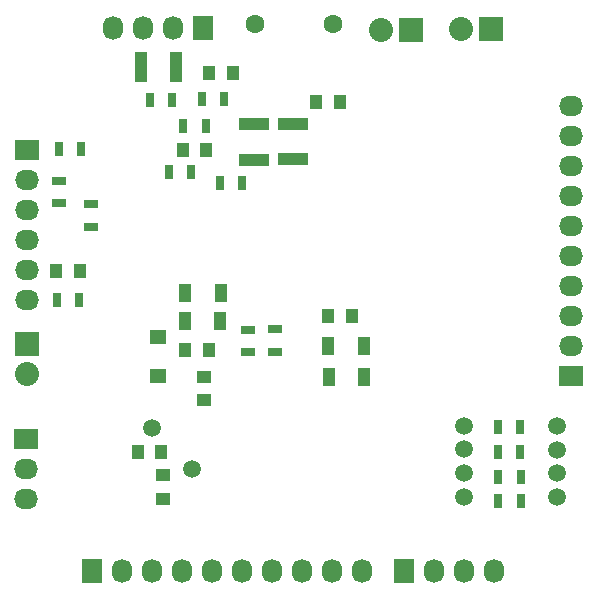
<source format=gbr>
G04 #@! TF.FileFunction,Soldermask,Bot*
%FSLAX46Y46*%
G04 Gerber Fmt 4.6, Leading zero omitted, Abs format (unit mm)*
G04 Created by KiCad (PCBNEW 0.201510170916+6271~30~ubuntu14.04.1-product) date Sat 26 Dec 2015 06:02:25 AM EST*
%MOMM*%
G01*
G04 APERTURE LIST*
%ADD10C,0.100000*%
%ADD11R,1.250000X1.000000*%
%ADD12R,1.000000X1.250000*%
%ADD13R,1.000000X2.500000*%
%ADD14R,2.500000X1.000000*%
%ADD15R,1.399540X1.150620*%
%ADD16R,2.032000X1.727200*%
%ADD17O,2.032000X1.727200*%
%ADD18R,1.727200X2.032000*%
%ADD19O,1.727200X2.032000*%
%ADD20R,2.032000X2.032000*%
%ADD21O,2.032000X2.032000*%
%ADD22R,1.300000X0.700000*%
%ADD23R,0.700000X1.300000*%
%ADD24C,1.501140*%
%ADD25C,1.600000*%
%ADD26C,1.500000*%
%ADD27R,1.000000X1.600000*%
G04 APERTURE END LIST*
D10*
D11*
X119227600Y-107762800D03*
X119227600Y-109762800D03*
D12*
X115579400Y-114147600D03*
X113579400Y-114147600D03*
D11*
X115722400Y-116094000D03*
X115722400Y-118094000D03*
D12*
X106699300Y-98831400D03*
X108699300Y-98831400D03*
X128692400Y-84480400D03*
X130692400Y-84480400D03*
X119650000Y-82042000D03*
X121650000Y-82042000D03*
D13*
X116866800Y-81559400D03*
X113866800Y-81559400D03*
D12*
X119389400Y-88544400D03*
X117389400Y-88544400D03*
D14*
X123418600Y-86409400D03*
X123418600Y-89409400D03*
X126746000Y-86384000D03*
X126746000Y-89384000D03*
D15*
X115316000Y-107696000D03*
X115316000Y-104444800D03*
D16*
X150241000Y-107746800D03*
D17*
X150241000Y-105206800D03*
X150241000Y-102666800D03*
X150241000Y-100126800D03*
X150241000Y-97586800D03*
X150241000Y-95046800D03*
X150241000Y-92506800D03*
X150241000Y-89966800D03*
X150241000Y-87426800D03*
X150241000Y-84886800D03*
D18*
X109728000Y-124206000D03*
D19*
X112268000Y-124206000D03*
X114808000Y-124206000D03*
X117348000Y-124206000D03*
X119888000Y-124206000D03*
X122428000Y-124206000D03*
X124968000Y-124206000D03*
X127508000Y-124206000D03*
X130048000Y-124206000D03*
X132588000Y-124206000D03*
D18*
X119126000Y-78232000D03*
D19*
X116586000Y-78232000D03*
X114046000Y-78232000D03*
X111506000Y-78232000D03*
D20*
X143500600Y-78320900D03*
D21*
X140960600Y-78320900D03*
D18*
X136144000Y-124206000D03*
D19*
X138684000Y-124206000D03*
X141224000Y-124206000D03*
X143764000Y-124206000D03*
D20*
X104244900Y-105041700D03*
D21*
X104244900Y-107581700D03*
D16*
X104194100Y-88544400D03*
D17*
X104194100Y-91084400D03*
X104194100Y-93624400D03*
X104194100Y-96164400D03*
X104194100Y-98704400D03*
X104194100Y-101244400D03*
D16*
X104143300Y-113030000D03*
D17*
X104143300Y-115570000D03*
X104143300Y-118110000D03*
D20*
X136753600Y-78435200D03*
D21*
X134213600Y-78435200D03*
D22*
X106950000Y-91163100D03*
X106950000Y-93063100D03*
X109667800Y-93182400D03*
X109667800Y-95082400D03*
D23*
X108814400Y-88506300D03*
X106914400Y-88506300D03*
X106711200Y-101295200D03*
X108611200Y-101295200D03*
X119339400Y-86512400D03*
X117439400Y-86512400D03*
D22*
X122885200Y-105699600D03*
X122885200Y-103799600D03*
X125171200Y-105648800D03*
X125171200Y-103748800D03*
D23*
X118094800Y-90424000D03*
X116194800Y-90424000D03*
X122438200Y-91414600D03*
X120538200Y-91414600D03*
X116494600Y-84353400D03*
X114594600Y-84353400D03*
X118988800Y-84251800D03*
X120888800Y-84251800D03*
D24*
X114758395Y-112142195D03*
X118210405Y-115594205D03*
D25*
X130096800Y-77876400D03*
X123496800Y-77876400D03*
D26*
X141230000Y-111932000D03*
X141230000Y-113932000D03*
X141230000Y-115932000D03*
X141230000Y-117932000D03*
X149092000Y-117938000D03*
X149092000Y-115938000D03*
X149092000Y-113938000D03*
X149092000Y-111938000D03*
D23*
X144084000Y-112014000D03*
X145984000Y-112014000D03*
X144084000Y-114173000D03*
X145984000Y-114173000D03*
X144112700Y-116230400D03*
X146012700Y-116230400D03*
X144112700Y-118300500D03*
X146012700Y-118300500D03*
D12*
X129721100Y-102654100D03*
X131721100Y-102654100D03*
D27*
X129754500Y-107759500D03*
X132754500Y-107759500D03*
X129729100Y-105194100D03*
X132729100Y-105194100D03*
D12*
X119605300Y-105486200D03*
X117605300Y-105486200D03*
D27*
X120575200Y-103022400D03*
X117575200Y-103022400D03*
X120600600Y-100647500D03*
X117600600Y-100647500D03*
M02*

</source>
